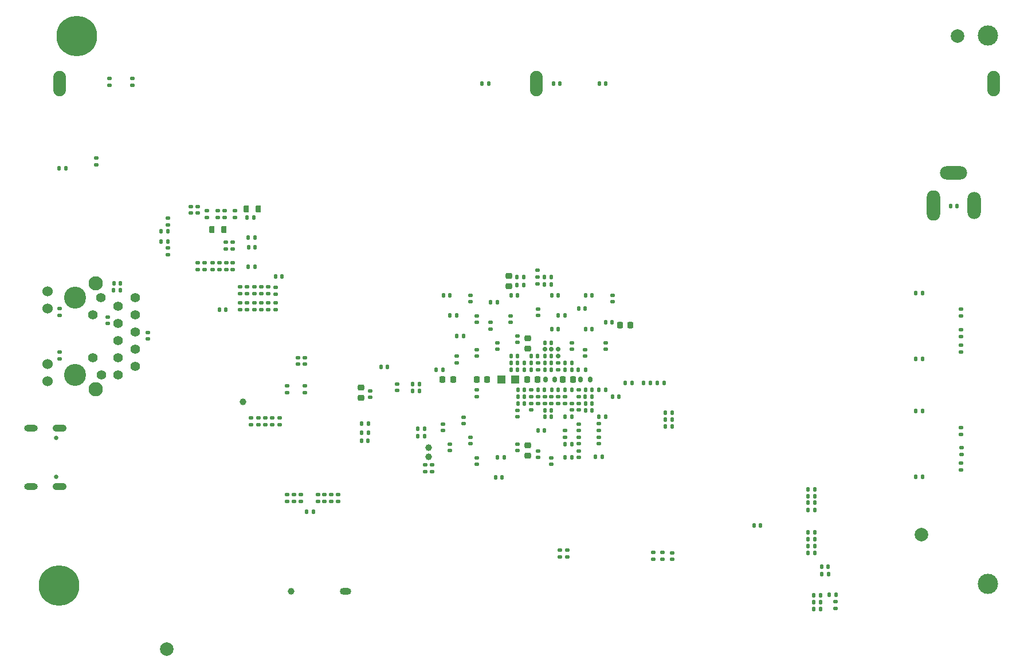
<source format=gbr>
G04 #@! TF.GenerationSoftware,KiCad,Pcbnew,7.0.11-rc3*
G04 #@! TF.CreationDate,2024-11-10T09:22:12+01:00*
G04 #@! TF.ProjectId,sodimm-ddr5-tester,736f6469-6d6d-42d6-9464-72352d746573,1.2.0*
G04 #@! TF.SameCoordinates,Original*
G04 #@! TF.FileFunction,Soldermask,Bot*
G04 #@! TF.FilePolarity,Negative*
%FSLAX46Y46*%
G04 Gerber Fmt 4.6, Leading zero omitted, Abs format (unit mm)*
G04 Created by KiCad (PCBNEW 7.0.11-rc3) date 2024-11-10 09:22:12*
%MOMM*%
%LPD*%
G01*
G04 APERTURE LIST*
G04 Aperture macros list*
%AMRoundRect*
0 Rectangle with rounded corners*
0 $1 Rounding radius*
0 $2 $3 $4 $5 $6 $7 $8 $9 X,Y pos of 4 corners*
0 Add a 4 corners polygon primitive as box body*
4,1,4,$2,$3,$4,$5,$6,$7,$8,$9,$2,$3,0*
0 Add four circle primitives for the rounded corners*
1,1,$1+$1,$2,$3*
1,1,$1+$1,$4,$5*
1,1,$1+$1,$6,$7*
1,1,$1+$1,$8,$9*
0 Add four rect primitives between the rounded corners*
20,1,$1+$1,$2,$3,$4,$5,0*
20,1,$1+$1,$4,$5,$6,$7,0*
20,1,$1+$1,$6,$7,$8,$9,0*
20,1,$1+$1,$8,$9,$2,$3,0*%
G04 Aperture macros list end*
%ADD10C,3.250000*%
%ADD11C,1.397000*%
%ADD12C,1.524000*%
%ADD13C,2.100000*%
%ADD14C,2.108200*%
%ADD15O,1.875000X3.750000*%
%ADD16C,3.000000*%
%ADD17C,6.000000*%
%ADD18C,1.000000*%
%ADD19O,1.700000X1.000000*%
%ADD20C,0.650000*%
%ADD21O,2.100000X1.050000*%
%ADD22O,2.000000X1.000000*%
%ADD23O,2.000000X4.500000*%
%ADD24O,4.000000X1.990000*%
%ADD25O,2.000000X4.000000*%
%ADD26RoundRect,0.135000X-0.185000X0.135000X-0.185000X-0.135000X0.185000X-0.135000X0.185000X0.135000X0*%
%ADD27RoundRect,0.135000X0.185000X-0.135000X0.185000X0.135000X-0.185000X0.135000X-0.185000X-0.135000X0*%
%ADD28RoundRect,0.135000X-0.135000X-0.185000X0.135000X-0.185000X0.135000X0.185000X-0.135000X0.185000X0*%
%ADD29RoundRect,0.135000X0.135000X0.185000X-0.135000X0.185000X-0.135000X-0.185000X0.135000X-0.185000X0*%
%ADD30RoundRect,0.140000X0.170000X-0.140000X0.170000X0.140000X-0.170000X0.140000X-0.170000X-0.140000X0*%
%ADD31RoundRect,0.140000X-0.140000X-0.170000X0.140000X-0.170000X0.140000X0.170000X-0.140000X0.170000X0*%
%ADD32RoundRect,0.114300X-0.266700X-0.430700X0.266700X-0.430700X0.266700X0.430700X-0.266700X0.430700X0*%
%ADD33RoundRect,0.114300X0.266700X0.430700X-0.266700X0.430700X-0.266700X-0.430700X0.266700X-0.430700X0*%
%ADD34RoundRect,0.140000X0.140000X0.170000X-0.140000X0.170000X-0.140000X-0.170000X0.140000X-0.170000X0*%
%ADD35RoundRect,0.140000X-0.170000X0.140000X-0.170000X-0.140000X0.170000X-0.140000X0.170000X0.140000X0*%
%ADD36RoundRect,0.150000X0.150000X-0.150000X0.150000X0.150000X-0.150000X0.150000X-0.150000X-0.150000X0*%
%ADD37RoundRect,0.150000X0.150000X0.150000X-0.150000X0.150000X-0.150000X-0.150000X0.150000X-0.150000X0*%
%ADD38RoundRect,0.225000X0.250000X-0.225000X0.250000X0.225000X-0.250000X0.225000X-0.250000X-0.225000X0*%
%ADD39RoundRect,0.120000X0.180000X0.280000X-0.180000X0.280000X-0.180000X-0.280000X0.180000X-0.280000X0*%
%ADD40C,2.000000*%
%ADD41RoundRect,0.225000X0.225000X0.250000X-0.225000X0.250000X-0.225000X-0.250000X0.225000X-0.250000X0*%
%ADD42RoundRect,0.150000X-0.150000X0.150000X-0.150000X-0.150000X0.150000X-0.150000X0.150000X0.150000X0*%
%ADD43RoundRect,0.225000X-0.250000X0.225000X-0.250000X-0.225000X0.250000X-0.225000X0.250000X0.225000X0*%
%ADD44RoundRect,0.225000X-0.225000X-0.250000X0.225000X-0.250000X0.225000X0.250000X-0.225000X0.250000X0*%
%ADD45RoundRect,0.120000X-0.180000X-0.280000X0.180000X-0.280000X0.180000X0.280000X-0.180000X0.280000X0*%
%ADD46R,1.200000X1.200000*%
G04 APERTURE END LIST*
D10*
X72012700Y-162662487D03*
X72012700Y-174091487D03*
D11*
X80912700Y-162662487D03*
X78373700Y-163931487D03*
X80912700Y-165201487D03*
X78373700Y-166471487D03*
X80912700Y-167740487D03*
X78373700Y-169011487D03*
X80912700Y-170280487D03*
X78373700Y-171552487D03*
X80912700Y-172821487D03*
X78373700Y-174091487D03*
X75834700Y-162662487D03*
X74573700Y-165201487D03*
X74573700Y-171552487D03*
X75842700Y-174091487D03*
D12*
X67954700Y-161735487D03*
X67954700Y-164276487D03*
X67954700Y-172476487D03*
X67954700Y-175017487D03*
D13*
X75062700Y-160526487D03*
D14*
X75062700Y-176225487D03*
D15*
X69724501Y-131000000D03*
X140125501Y-131000000D03*
X207674501Y-131000000D03*
D16*
X206832200Y-123850400D03*
X206832200Y-205000000D03*
D17*
X72212200Y-123952000D03*
D18*
X103915200Y-206052299D03*
D19*
X111915200Y-206052299D03*
D20*
X69182400Y-183355800D03*
X69182400Y-189136800D03*
D21*
X69682400Y-181925800D03*
D22*
X65501400Y-181925800D03*
D21*
X69682400Y-190566800D03*
D22*
X65501400Y-190566800D03*
D17*
X69596000Y-205199800D03*
D23*
X198861400Y-149057600D03*
D24*
X201809400Y-144178600D03*
D25*
X204860400Y-149057600D03*
D26*
X98000000Y-180440000D03*
X98000000Y-181460000D03*
X99050000Y-180440000D03*
X99050000Y-181460000D03*
X100100000Y-180440000D03*
X100100000Y-181460000D03*
X102200000Y-180440000D03*
X102200000Y-181460000D03*
X101150000Y-180440000D03*
X101150000Y-181460000D03*
D27*
X107858200Y-192795800D03*
X107858200Y-191775800D03*
X108858200Y-192795800D03*
X108858200Y-191775800D03*
X104358200Y-192795800D03*
X104358200Y-191775800D03*
X103342200Y-192800301D03*
X103342200Y-191780301D03*
X105383200Y-192785800D03*
X105383200Y-191765800D03*
X109858200Y-192795800D03*
X109858200Y-191775800D03*
X110858200Y-192795800D03*
X110858200Y-191775800D03*
X99500501Y-162086000D03*
X99500501Y-161066000D03*
X98450501Y-162086000D03*
X98450501Y-161066000D03*
X101625501Y-162111000D03*
X101625501Y-161091000D03*
X100525501Y-162086000D03*
X100525501Y-161066000D03*
X95308672Y-155460000D03*
X95308672Y-154440000D03*
D28*
X97590000Y-153800000D03*
X98610000Y-153800000D03*
D29*
X85710501Y-152813149D03*
X84690501Y-152813149D03*
X85710501Y-154313149D03*
X84690501Y-154313149D03*
D30*
X95600000Y-150780000D03*
X95600000Y-149820000D03*
X93308672Y-158484992D03*
X93308672Y-157524992D03*
X95308672Y-158484992D03*
X95308672Y-157524992D03*
X93036829Y-150763157D03*
X93036829Y-149803157D03*
X91150000Y-158484992D03*
X91150000Y-157524992D03*
X94061829Y-150763157D03*
X94061829Y-149803157D03*
X94308672Y-158484992D03*
X94308672Y-157524992D03*
D31*
X97406829Y-150808157D03*
X98366829Y-150808157D03*
D30*
X91500000Y-150763157D03*
X91500000Y-149803157D03*
D31*
X97620000Y-155200000D03*
X98580000Y-155200000D03*
D30*
X90086829Y-150113157D03*
X90086829Y-149153157D03*
X92308672Y-158484992D03*
X92308672Y-157524992D03*
X89086829Y-150113157D03*
X89086829Y-149153157D03*
X90108672Y-158484992D03*
X90108672Y-157524992D03*
D32*
X99091501Y-149558851D03*
X97312501Y-149558851D03*
D33*
X92195829Y-152558157D03*
X93974829Y-152558157D03*
D27*
X69672200Y-171674000D03*
X69672200Y-170654000D03*
D26*
X69692701Y-164240000D03*
X69692701Y-165260000D03*
X99525501Y-163441000D03*
X99525501Y-164461000D03*
D29*
X98610000Y-158100000D03*
X97590000Y-158100000D03*
D26*
X97425501Y-163441000D03*
X97425501Y-164461000D03*
X101625501Y-163441000D03*
X101625501Y-164461000D03*
X100550501Y-163441000D03*
X100550501Y-164461000D03*
D27*
X94258672Y-155460000D03*
X94258672Y-154440000D03*
X85680501Y-151863149D03*
X85680501Y-150843149D03*
D26*
X85680501Y-155253149D03*
X85680501Y-156273149D03*
D27*
X96375501Y-162086000D03*
X96375501Y-161066000D03*
D26*
X96375501Y-163441000D03*
X96375501Y-164461000D03*
D18*
X96800000Y-178050000D03*
D26*
X98475501Y-163441000D03*
X98475501Y-164461000D03*
D27*
X97425501Y-162086000D03*
X97425501Y-161066000D03*
D31*
X117170501Y-172866000D03*
X118130501Y-172866000D03*
D34*
X148355501Y-162301000D03*
X147395501Y-162301000D03*
D29*
X181310000Y-197400000D03*
X180290000Y-197400000D03*
D34*
X145355501Y-173301000D03*
X144395501Y-173301000D03*
X150355001Y-180300501D03*
X149395001Y-180300501D03*
D30*
X75095100Y-142986700D03*
X75095100Y-142026700D03*
D29*
X181310000Y-194050000D03*
X180290000Y-194050000D03*
D27*
X144708700Y-200995301D03*
X144708700Y-199975301D03*
D34*
X142355001Y-171302500D03*
X141395001Y-171302500D03*
D28*
X159190500Y-180676001D03*
X160210500Y-180676001D03*
D35*
X143375501Y-172321000D03*
X143375501Y-173281000D03*
D27*
X77089000Y-131218400D03*
X77089000Y-130198400D03*
D30*
X143375001Y-178280500D03*
X143375001Y-177320500D03*
D31*
X149456200Y-131000000D03*
X150416200Y-131000000D03*
D35*
X146375001Y-183320500D03*
X146375001Y-184280500D03*
D28*
X196190000Y-171725000D03*
X197210000Y-171725000D03*
X137267001Y-159575500D03*
X138287001Y-159575500D03*
D31*
X147395501Y-167301000D03*
X148355501Y-167301000D03*
D30*
X149377001Y-182280500D03*
X149377001Y-181320500D03*
D27*
X158750000Y-201370800D03*
X158750000Y-200350800D03*
D31*
X137395001Y-177302500D03*
X138355001Y-177302500D03*
X136397001Y-173302500D03*
X137357001Y-173302500D03*
D34*
X202308400Y-149072600D03*
X201348400Y-149072600D03*
D30*
X119580501Y-176406000D03*
X119580501Y-175446000D03*
D36*
X141375001Y-170302500D03*
D37*
X142374001Y-170302500D03*
D30*
X160200000Y-201355800D03*
X160200000Y-200395800D03*
D27*
X140302001Y-160610000D03*
X140302001Y-159590000D03*
D35*
X149377001Y-183320500D03*
X149377001Y-184280500D03*
D38*
X138900501Y-186051000D03*
X138900501Y-184501000D03*
D34*
X134355501Y-163301000D03*
X133395501Y-163301000D03*
D30*
X139375001Y-179282500D03*
X139375001Y-178322500D03*
D35*
X146375001Y-185320501D03*
X146375001Y-186280501D03*
D39*
X141475501Y-174801000D03*
X142875501Y-174801000D03*
D31*
X139395001Y-171302500D03*
X140355001Y-171302500D03*
X156020501Y-175276000D03*
X156980501Y-175276000D03*
D27*
X202881001Y-170732000D03*
X202881001Y-169712000D03*
D31*
X172320501Y-196376000D03*
X173280501Y-196376000D03*
D30*
X141375501Y-178281000D03*
X141375501Y-177321000D03*
D28*
X125367001Y-173300500D03*
X126387001Y-173300500D03*
D34*
X148355501Y-176301000D03*
X147395501Y-176301000D03*
D28*
X147367001Y-177302500D03*
X148387001Y-177302500D03*
D18*
X124200000Y-186200000D03*
D34*
X145355001Y-180302500D03*
X144395001Y-180302500D03*
X129355501Y-168301000D03*
X128395501Y-168301000D03*
D40*
X197010501Y-197696000D03*
D34*
X94280000Y-164451500D03*
X93320000Y-164451500D03*
D41*
X140350501Y-174801000D03*
X138800501Y-174801000D03*
D31*
X141395501Y-180301000D03*
X142355501Y-180301000D03*
D37*
X143375001Y-171302500D03*
D42*
X143375001Y-170303500D03*
D34*
X137355501Y-162301000D03*
X136395501Y-162301000D03*
X183255000Y-202475600D03*
X182295000Y-202475600D03*
D35*
X126375501Y-181321000D03*
X126375501Y-182281000D03*
X130375501Y-162321000D03*
X130375501Y-163281000D03*
D29*
X78705200Y-161564000D03*
X77685200Y-161564000D03*
D31*
X142677000Y-131000000D03*
X143637000Y-131000000D03*
D28*
X181148800Y-206679800D03*
X182168800Y-206679800D03*
D30*
X140375501Y-165281000D03*
X140375501Y-164321000D03*
D35*
X150375501Y-169322500D03*
X150375501Y-170282500D03*
D34*
X145357001Y-186300500D03*
X144397001Y-186300500D03*
D35*
X137375501Y-184321000D03*
X137375501Y-185281000D03*
D31*
X183428800Y-206629800D03*
X184388800Y-206629800D03*
D35*
X130375501Y-183320500D03*
X130375501Y-184280500D03*
D18*
X124200000Y-184800000D03*
D30*
X140375501Y-178281000D03*
X140375501Y-177321000D03*
D31*
X144397001Y-184300500D03*
X145357001Y-184300500D03*
D28*
X181148800Y-207679800D03*
X182168800Y-207679800D03*
D30*
X140375001Y-173282500D03*
X140375001Y-172322500D03*
X104950000Y-172468000D03*
X104950000Y-171508000D03*
D34*
X137357002Y-171302500D03*
X136397002Y-171302500D03*
D29*
X122860501Y-175426000D03*
X121840501Y-175426000D03*
D34*
X148355001Y-179300500D03*
X147395001Y-179300500D03*
X128355501Y-165301000D03*
X127395501Y-165301000D03*
D35*
X147375001Y-170320500D03*
X147375001Y-171280500D03*
D29*
X159010501Y-175276000D03*
X157990501Y-175276000D03*
D30*
X137375001Y-180282500D03*
X137375001Y-179322500D03*
D27*
X202875000Y-165360000D03*
X202875000Y-164340000D03*
D43*
X114275501Y-175951000D03*
X114275501Y-177501000D03*
D34*
X141355001Y-182300500D03*
X140395001Y-182300500D03*
D29*
X147385001Y-173302500D03*
X146365001Y-173302500D03*
D26*
X124750000Y-187340000D03*
X124750000Y-188360000D03*
D29*
X154285001Y-175300000D03*
X153265001Y-175300000D03*
D35*
X144375501Y-182321000D03*
X144375501Y-183281000D03*
D30*
X146375001Y-179280500D03*
X146375001Y-178320500D03*
D34*
X139357001Y-173302500D03*
X138397001Y-173302500D03*
D27*
X123700000Y-188360000D03*
X123700000Y-187340000D03*
D28*
X114290501Y-181249999D03*
X115310501Y-181249999D03*
D35*
X129375501Y-180321000D03*
X129375501Y-181281000D03*
D30*
X128375501Y-172281000D03*
X128375501Y-171321000D03*
D35*
X131375501Y-186321000D03*
X131375501Y-187281000D03*
D31*
X136397001Y-172302500D03*
X137357001Y-172302500D03*
D35*
X131375501Y-176321000D03*
X131375501Y-177281000D03*
X202950000Y-184870000D03*
X202950000Y-185830000D03*
D29*
X197210000Y-179400000D03*
X196190000Y-179400000D03*
D31*
X142395001Y-176302500D03*
X143355001Y-176302500D03*
D30*
X105960000Y-172460000D03*
X105960000Y-171500000D03*
D31*
X140395501Y-176301000D03*
X141355501Y-176301000D03*
X146395501Y-164301000D03*
X147355501Y-164301000D03*
D35*
X184308800Y-207649800D03*
X184308800Y-208609800D03*
D30*
X136375501Y-166281000D03*
X136375501Y-165321000D03*
D34*
X149857001Y-186150500D03*
X148897001Y-186150500D03*
D31*
X141370000Y-159600000D03*
X142330000Y-159600000D03*
X141395501Y-172301000D03*
X142355501Y-172301000D03*
X144395501Y-172301000D03*
X145355501Y-172301000D03*
D35*
X131375501Y-165321000D03*
X131375501Y-166281000D03*
D27*
X202925000Y-188160000D03*
X202925000Y-187140000D03*
D26*
X80467200Y-130223800D03*
X80467200Y-131243800D03*
D30*
X140375501Y-186281000D03*
X140375501Y-185321000D03*
D29*
X135385000Y-186300000D03*
X134365000Y-186300000D03*
D30*
X145375501Y-179281000D03*
X145375501Y-178321000D03*
D31*
X150395501Y-166301000D03*
X151355501Y-166301000D03*
D34*
X138355001Y-176302500D03*
X137395001Y-176302500D03*
X107188200Y-194285800D03*
X106228200Y-194285800D03*
D30*
X139375001Y-177282500D03*
X139375001Y-176322500D03*
D29*
X197210000Y-161950000D03*
X196190000Y-161950000D03*
D28*
X181148800Y-208679800D03*
X182168800Y-208679800D03*
D27*
X143655200Y-200998799D03*
X143655200Y-199978799D03*
D35*
X127375501Y-184321000D03*
X127375501Y-185281000D03*
D30*
X103340000Y-176684000D03*
X103340000Y-175724000D03*
D35*
X142375501Y-186321000D03*
X142375501Y-187281000D03*
D34*
X152355001Y-177300500D03*
X151395001Y-177300500D03*
D43*
X138877001Y-168627500D03*
X138877001Y-170177500D03*
D31*
X143395501Y-165301000D03*
X144355501Y-165301000D03*
D28*
X122640000Y-182000000D03*
X123660000Y-182000000D03*
D31*
X141370000Y-160700000D03*
X142330000Y-160700000D03*
D44*
X131325501Y-174776000D03*
X132875501Y-174776000D03*
D30*
X134375501Y-170281000D03*
X134375501Y-169321000D03*
D29*
X181310000Y-198400000D03*
X180290000Y-198400000D03*
D44*
X126300501Y-174801000D03*
X127850501Y-174801000D03*
D29*
X115310502Y-182600000D03*
X114290502Y-182600000D03*
D30*
X105960000Y-176684000D03*
X105960000Y-175724000D03*
D31*
X69647900Y-143524800D03*
X70607900Y-143524800D03*
D35*
X115580501Y-176446000D03*
X115580501Y-177406000D03*
D31*
X149395001Y-176300000D03*
X150355001Y-176300000D03*
D45*
X148075501Y-174801000D03*
X146675501Y-174801000D03*
D30*
X133375501Y-167281000D03*
X133375501Y-166321000D03*
D35*
X151375501Y-162321000D03*
X151375501Y-163281000D03*
D31*
X101620000Y-159550000D03*
X102580000Y-159550000D03*
D28*
X159190501Y-179676000D03*
X160210501Y-179676000D03*
D31*
X141395001Y-179302500D03*
X142355001Y-179302500D03*
D30*
X137375501Y-169281000D03*
X137375501Y-168321000D03*
X146375001Y-182282500D03*
X146375001Y-181322500D03*
D29*
X181310000Y-191000000D03*
X180290000Y-191000000D03*
D38*
X136075001Y-160977500D03*
X136075001Y-159427500D03*
D28*
X122640000Y-183099999D03*
X123660000Y-183099999D03*
D29*
X181310000Y-192000000D03*
X180290000Y-192000000D03*
D35*
X202900000Y-167420000D03*
X202900000Y-168380000D03*
D29*
X181310000Y-199400000D03*
X180290000Y-199400000D03*
D30*
X142375501Y-178281000D03*
X142375501Y-177321000D03*
D35*
X76779097Y-165497487D03*
X76779097Y-166457487D03*
D34*
X142355501Y-173301000D03*
X141395501Y-173301000D03*
D35*
X144375001Y-177322500D03*
X144375001Y-178282500D03*
D41*
X145550501Y-174801000D03*
X144000501Y-174801000D03*
D40*
X202336400Y-123926600D03*
D34*
X127355501Y-162301000D03*
X126395501Y-162301000D03*
X148357001Y-178302500D03*
X147397001Y-178302500D03*
D31*
X141395501Y-169301000D03*
X142355501Y-169301000D03*
D40*
X85572600Y-214655400D03*
D29*
X181310000Y-193000000D03*
X180290000Y-193000000D03*
D28*
X196190000Y-189175000D03*
X197210000Y-189175000D03*
D29*
X138287001Y-160800500D03*
X137267001Y-160800500D03*
X122860501Y-176476000D03*
X121840501Y-176476000D03*
X181310000Y-200400000D03*
X180290000Y-200400000D03*
D46*
X134950501Y-174801000D03*
X137050501Y-174801000D03*
D26*
X140302001Y-158615000D03*
X140302001Y-159635000D03*
D30*
X82729097Y-168757487D03*
X82729097Y-167797487D03*
D34*
X143355501Y-167301000D03*
X142395501Y-167301000D03*
D31*
X137395001Y-178302500D03*
X138355001Y-178302500D03*
X77731200Y-160564000D03*
X78691200Y-160564000D03*
X138390501Y-172296000D03*
X139350501Y-172296000D03*
X132133400Y-131000000D03*
X133093400Y-131000000D03*
X144395001Y-176302500D03*
X145355001Y-176302500D03*
D27*
X202925000Y-182910000D03*
X202925000Y-181890000D03*
D30*
X145375501Y-170281000D03*
X145375501Y-169321000D03*
D28*
X159190501Y-181676000D03*
X160210501Y-181676000D03*
D31*
X134120501Y-189276000D03*
X135080501Y-189276000D03*
D35*
X146375501Y-176321000D03*
X146375501Y-177281000D03*
D27*
X157400000Y-201370800D03*
X157400000Y-200350800D03*
D28*
X182290000Y-203525600D03*
X183310000Y-203525600D03*
D31*
X114320502Y-183800000D03*
X115280502Y-183800000D03*
D30*
X131375501Y-171281000D03*
X131375501Y-170321000D03*
D31*
X142395501Y-162301000D03*
X143355501Y-162301000D03*
D44*
X152500001Y-166702500D03*
X154050001Y-166702500D03*
M02*

</source>
